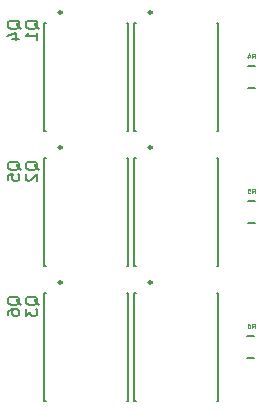
<source format=gbo>
%TF.GenerationSoftware,KiCad,Pcbnew,(5.1.7-0-10_14)*%
%TF.CreationDate,2021-01-04T14:16:26+09:00*%
%TF.ProjectId,rotomdriver,726f746f-6d64-4726-9976-65722e6b6963,rev?*%
%TF.SameCoordinates,Original*%
%TF.FileFunction,Legend,Bot*%
%TF.FilePolarity,Positive*%
%FSLAX46Y46*%
G04 Gerber Fmt 4.6, Leading zero omitted, Abs format (unit mm)*
G04 Created by KiCad (PCBNEW (5.1.7-0-10_14)) date 2021-01-04 14:16:26*
%MOMM*%
%LPD*%
G01*
G04 APERTURE LIST*
%ADD10C,0.250000*%
%ADD11C,0.150000*%
%ADD12C,0.127000*%
%ADD13C,0.015000*%
G04 APERTURE END LIST*
D10*
%TO.C,Q4*%
X62187000Y-11797000D02*
G75*
G03*
X62187000Y-11797000I-125000J0D01*
G01*
D11*
X60837000Y-12697000D02*
X60712000Y-12697000D01*
X67812000Y-12697000D02*
X67687000Y-12697000D01*
X67812000Y-12697000D02*
X67812000Y-21847000D01*
X60837000Y-21847000D02*
X60712000Y-21847000D01*
X67812000Y-21847000D02*
X67687000Y-21847000D01*
X60712000Y-12697000D02*
X60712000Y-21847000D01*
D10*
%TO.C,Q2*%
X69807000Y-23227000D02*
G75*
G03*
X69807000Y-23227000I-125000J0D01*
G01*
D11*
X68457000Y-24127000D02*
X68332000Y-24127000D01*
X75432000Y-24127000D02*
X75307000Y-24127000D01*
X75432000Y-24127000D02*
X75432000Y-33277000D01*
X68457000Y-33277000D02*
X68332000Y-33277000D01*
X75432000Y-33277000D02*
X75307000Y-33277000D01*
X68332000Y-24127000D02*
X68332000Y-33277000D01*
%TO.C,Q3*%
X68332000Y-35557000D02*
X68332000Y-44707000D01*
X75432000Y-44707000D02*
X75307000Y-44707000D01*
X68457000Y-44707000D02*
X68332000Y-44707000D01*
X75432000Y-35557000D02*
X75432000Y-44707000D01*
X75432000Y-35557000D02*
X75307000Y-35557000D01*
X68457000Y-35557000D02*
X68332000Y-35557000D01*
D10*
X69807000Y-34657000D02*
G75*
G03*
X69807000Y-34657000I-125000J0D01*
G01*
D12*
%TO.C,R6*%
X78462000Y-39212000D02*
X77862000Y-39212000D01*
X78462000Y-41052000D02*
X77862000Y-41052000D01*
D11*
%TO.C,Q6*%
X60712000Y-35557000D02*
X60712000Y-44707000D01*
X67812000Y-44707000D02*
X67687000Y-44707000D01*
X60837000Y-44707000D02*
X60712000Y-44707000D01*
X67812000Y-35557000D02*
X67812000Y-44707000D01*
X67812000Y-35557000D02*
X67687000Y-35557000D01*
X60837000Y-35557000D02*
X60712000Y-35557000D01*
D10*
X62187000Y-34657000D02*
G75*
G03*
X62187000Y-34657000I-125000J0D01*
G01*
D11*
%TO.C,Q1*%
X68332000Y-12697000D02*
X68332000Y-21847000D01*
X75432000Y-21847000D02*
X75307000Y-21847000D01*
X68457000Y-21847000D02*
X68332000Y-21847000D01*
X75432000Y-12697000D02*
X75432000Y-21847000D01*
X75432000Y-12697000D02*
X75307000Y-12697000D01*
X68457000Y-12697000D02*
X68332000Y-12697000D01*
D10*
X69807000Y-11797000D02*
G75*
G03*
X69807000Y-11797000I-125000J0D01*
G01*
D11*
%TO.C,Q5*%
X60712000Y-24127000D02*
X60712000Y-33277000D01*
X67812000Y-33277000D02*
X67687000Y-33277000D01*
X60837000Y-33277000D02*
X60712000Y-33277000D01*
X67812000Y-24127000D02*
X67812000Y-33277000D01*
X67812000Y-24127000D02*
X67687000Y-24127000D01*
X60837000Y-24127000D02*
X60712000Y-24127000D01*
D10*
X62187000Y-23227000D02*
G75*
G03*
X62187000Y-23227000I-125000J0D01*
G01*
D12*
%TO.C,R4*%
X78532000Y-16352000D02*
X77932000Y-16352000D01*
X78532000Y-18192000D02*
X77932000Y-18192000D01*
%TO.C,R5*%
X78532000Y-29622000D02*
X77932000Y-29622000D01*
X78532000Y-27782000D02*
X77932000Y-27782000D01*
%TO.C,Q4*%
D11*
X58713619Y-13194261D02*
X58666000Y-13099023D01*
X58570761Y-13003785D01*
X58427904Y-12860928D01*
X58380285Y-12765690D01*
X58380285Y-12670452D01*
X58618380Y-12718071D02*
X58570761Y-12622833D01*
X58475523Y-12527595D01*
X58285047Y-12479976D01*
X57951714Y-12479976D01*
X57761238Y-12527595D01*
X57666000Y-12622833D01*
X57618380Y-12718071D01*
X57618380Y-12908547D01*
X57666000Y-13003785D01*
X57761238Y-13099023D01*
X57951714Y-13146642D01*
X58285047Y-13146642D01*
X58475523Y-13099023D01*
X58570761Y-13003785D01*
X58618380Y-12908547D01*
X58618380Y-12718071D01*
X57951714Y-14003785D02*
X58618380Y-14003785D01*
X57570761Y-13765690D02*
X58285047Y-13527595D01*
X58285047Y-14146642D01*
%TO.C,Q2*%
X60237619Y-25154261D02*
X60190000Y-25059023D01*
X60094761Y-24963785D01*
X59951904Y-24820928D01*
X59904285Y-24725690D01*
X59904285Y-24630452D01*
X60142380Y-24678071D02*
X60094761Y-24582833D01*
X59999523Y-24487595D01*
X59809047Y-24439976D01*
X59475714Y-24439976D01*
X59285238Y-24487595D01*
X59190000Y-24582833D01*
X59142380Y-24678071D01*
X59142380Y-24868547D01*
X59190000Y-24963785D01*
X59285238Y-25059023D01*
X59475714Y-25106642D01*
X59809047Y-25106642D01*
X59999523Y-25059023D01*
X60094761Y-24963785D01*
X60142380Y-24868547D01*
X60142380Y-24678071D01*
X59237619Y-25487595D02*
X59190000Y-25535214D01*
X59142380Y-25630452D01*
X59142380Y-25868547D01*
X59190000Y-25963785D01*
X59237619Y-26011404D01*
X59332857Y-26059023D01*
X59428095Y-26059023D01*
X59570952Y-26011404D01*
X60142380Y-25439976D01*
X60142380Y-26059023D01*
%TO.C,Q3*%
X60237619Y-36584261D02*
X60190000Y-36489023D01*
X60094761Y-36393785D01*
X59951904Y-36250928D01*
X59904285Y-36155690D01*
X59904285Y-36060452D01*
X60142380Y-36108071D02*
X60094761Y-36012833D01*
X59999523Y-35917595D01*
X59809047Y-35869976D01*
X59475714Y-35869976D01*
X59285238Y-35917595D01*
X59190000Y-36012833D01*
X59142380Y-36108071D01*
X59142380Y-36298547D01*
X59190000Y-36393785D01*
X59285238Y-36489023D01*
X59475714Y-36536642D01*
X59809047Y-36536642D01*
X59999523Y-36489023D01*
X60094761Y-36393785D01*
X60142380Y-36298547D01*
X60142380Y-36108071D01*
X59142380Y-36869976D02*
X59142380Y-37489023D01*
X59523333Y-37155690D01*
X59523333Y-37298547D01*
X59570952Y-37393785D01*
X59618571Y-37441404D01*
X59713809Y-37489023D01*
X59951904Y-37489023D01*
X60047142Y-37441404D01*
X60094761Y-37393785D01*
X60142380Y-37298547D01*
X60142380Y-37012833D01*
X60094761Y-36917595D01*
X60047142Y-36869976D01*
%TO.C,R6*%
D13*
X78297616Y-38532102D02*
X78428850Y-38344626D01*
X78522588Y-38532102D02*
X78522588Y-38138401D01*
X78372607Y-38138401D01*
X78335112Y-38157149D01*
X78316364Y-38175897D01*
X78297616Y-38213392D01*
X78297616Y-38269635D01*
X78316364Y-38307130D01*
X78335112Y-38325878D01*
X78372607Y-38344626D01*
X78522588Y-38344626D01*
X77960158Y-38138401D02*
X78035149Y-38138401D01*
X78072644Y-38157149D01*
X78091392Y-38175897D01*
X78128887Y-38232140D01*
X78147635Y-38307130D01*
X78147635Y-38457112D01*
X78128887Y-38494607D01*
X78110140Y-38513355D01*
X78072644Y-38532102D01*
X77997654Y-38532102D01*
X77960158Y-38513355D01*
X77941411Y-38494607D01*
X77922663Y-38457112D01*
X77922663Y-38363373D01*
X77941411Y-38325878D01*
X77960158Y-38307130D01*
X77997654Y-38288383D01*
X78072644Y-38288383D01*
X78110140Y-38307130D01*
X78128887Y-38325878D01*
X78147635Y-38363373D01*
%TO.C,Q6*%
D11*
X58713619Y-36584261D02*
X58666000Y-36489023D01*
X58570761Y-36393785D01*
X58427904Y-36250928D01*
X58380285Y-36155690D01*
X58380285Y-36060452D01*
X58618380Y-36108071D02*
X58570761Y-36012833D01*
X58475523Y-35917595D01*
X58285047Y-35869976D01*
X57951714Y-35869976D01*
X57761238Y-35917595D01*
X57666000Y-36012833D01*
X57618380Y-36108071D01*
X57618380Y-36298547D01*
X57666000Y-36393785D01*
X57761238Y-36489023D01*
X57951714Y-36536642D01*
X58285047Y-36536642D01*
X58475523Y-36489023D01*
X58570761Y-36393785D01*
X58618380Y-36298547D01*
X58618380Y-36108071D01*
X57618380Y-37393785D02*
X57618380Y-37203309D01*
X57666000Y-37108071D01*
X57713619Y-37060452D01*
X57856476Y-36965214D01*
X58046952Y-36917595D01*
X58427904Y-36917595D01*
X58523142Y-36965214D01*
X58570761Y-37012833D01*
X58618380Y-37108071D01*
X58618380Y-37298547D01*
X58570761Y-37393785D01*
X58523142Y-37441404D01*
X58427904Y-37489023D01*
X58189809Y-37489023D01*
X58094571Y-37441404D01*
X58046952Y-37393785D01*
X57999333Y-37298547D01*
X57999333Y-37108071D01*
X58046952Y-37012833D01*
X58094571Y-36965214D01*
X58189809Y-36917595D01*
%TO.C,Q1*%
X60237619Y-13194261D02*
X60190000Y-13099023D01*
X60094761Y-13003785D01*
X59951904Y-12860928D01*
X59904285Y-12765690D01*
X59904285Y-12670452D01*
X60142380Y-12718071D02*
X60094761Y-12622833D01*
X59999523Y-12527595D01*
X59809047Y-12479976D01*
X59475714Y-12479976D01*
X59285238Y-12527595D01*
X59190000Y-12622833D01*
X59142380Y-12718071D01*
X59142380Y-12908547D01*
X59190000Y-13003785D01*
X59285238Y-13099023D01*
X59475714Y-13146642D01*
X59809047Y-13146642D01*
X59999523Y-13099023D01*
X60094761Y-13003785D01*
X60142380Y-12908547D01*
X60142380Y-12718071D01*
X60142380Y-14099023D02*
X60142380Y-13527595D01*
X60142380Y-13813309D02*
X59142380Y-13813309D01*
X59285238Y-13718071D01*
X59380476Y-13622833D01*
X59428095Y-13527595D01*
%TO.C,Q5*%
X58713619Y-25154261D02*
X58666000Y-25059023D01*
X58570761Y-24963785D01*
X58427904Y-24820928D01*
X58380285Y-24725690D01*
X58380285Y-24630452D01*
X58618380Y-24678071D02*
X58570761Y-24582833D01*
X58475523Y-24487595D01*
X58285047Y-24439976D01*
X57951714Y-24439976D01*
X57761238Y-24487595D01*
X57666000Y-24582833D01*
X57618380Y-24678071D01*
X57618380Y-24868547D01*
X57666000Y-24963785D01*
X57761238Y-25059023D01*
X57951714Y-25106642D01*
X58285047Y-25106642D01*
X58475523Y-25059023D01*
X58570761Y-24963785D01*
X58618380Y-24868547D01*
X58618380Y-24678071D01*
X57618380Y-26011404D02*
X57618380Y-25535214D01*
X58094571Y-25487595D01*
X58046952Y-25535214D01*
X57999333Y-25630452D01*
X57999333Y-25868547D01*
X58046952Y-25963785D01*
X58094571Y-26011404D01*
X58189809Y-26059023D01*
X58427904Y-26059023D01*
X58523142Y-26011404D01*
X58570761Y-25963785D01*
X58618380Y-25868547D01*
X58618380Y-25630452D01*
X58570761Y-25535214D01*
X58523142Y-25487595D01*
%TO.C,R4*%
D13*
X78297616Y-15672102D02*
X78428850Y-15484626D01*
X78522588Y-15672102D02*
X78522588Y-15278401D01*
X78372607Y-15278401D01*
X78335112Y-15297149D01*
X78316364Y-15315897D01*
X78297616Y-15353392D01*
X78297616Y-15409635D01*
X78316364Y-15447130D01*
X78335112Y-15465878D01*
X78372607Y-15484626D01*
X78522588Y-15484626D01*
X77960158Y-15409635D02*
X77960158Y-15672102D01*
X78053897Y-15259654D02*
X78147635Y-15540869D01*
X77903915Y-15540869D01*
%TO.C,R5*%
X78297616Y-27102102D02*
X78428850Y-26914626D01*
X78522588Y-27102102D02*
X78522588Y-26708401D01*
X78372607Y-26708401D01*
X78335112Y-26727149D01*
X78316364Y-26745897D01*
X78297616Y-26783392D01*
X78297616Y-26839635D01*
X78316364Y-26877130D01*
X78335112Y-26895878D01*
X78372607Y-26914626D01*
X78522588Y-26914626D01*
X77941411Y-26708401D02*
X78128887Y-26708401D01*
X78147635Y-26895878D01*
X78128887Y-26877130D01*
X78091392Y-26858383D01*
X77997654Y-26858383D01*
X77960158Y-26877130D01*
X77941411Y-26895878D01*
X77922663Y-26933373D01*
X77922663Y-27027112D01*
X77941411Y-27064607D01*
X77960158Y-27083355D01*
X77997654Y-27102102D01*
X78091392Y-27102102D01*
X78128887Y-27083355D01*
X78147635Y-27064607D01*
%TD*%
M02*

</source>
